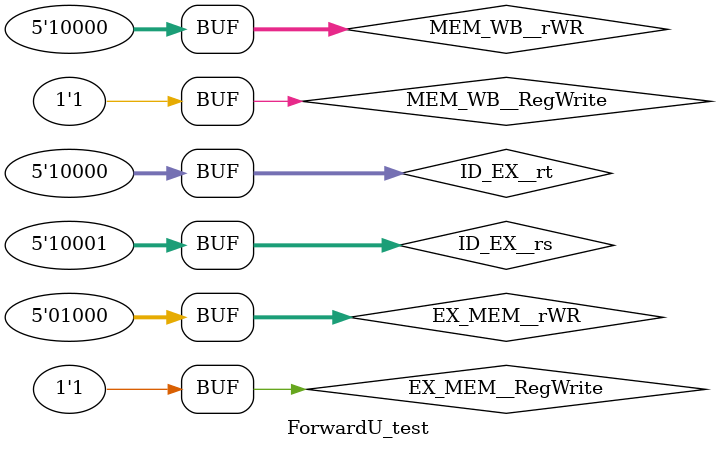
<source format=v>
`timescale 1ns / 1ps


module ForwardU_test;

	// Inputs
	reg EX_MEM__RegWrite;
	reg MEM_WB__RegWrite;
	reg [4:0] EX_MEM__rWR;
	reg [4:0] MEM_WB__rWR;
	reg [4:0] ID_EX__rs;
	reg [4:0] ID_EX__rt;

	// Outputs
	wire [1:0] ForwA;
	wire [1:0] ForwB;

	// Instantiate the Unit Under Test (UUT)
	ForwardU uut (
		.ForwA(ForwA), 
		.ForwB(ForwB), 
		.EX_MEM__RegWrite(EX_MEM__RegWrite), 
		.MEM_WB__RegWrite(MEM_WB__RegWrite), 
		.EX_MEM__rWR(EX_MEM__rWR), 
		.MEM_WB__rWR(MEM_WB__rWR), 
		.ID_EX__rs(ID_EX__rs), 
		.ID_EX__rt(ID_EX__rt)
	);

	initial begin
		// Initialize Inputs
		EX_MEM__RegWrite = 0;
		MEM_WB__RegWrite = 0;
		EX_MEM__rWR = 0;
		MEM_WB__rWR = 0;
		ID_EX__rs = 0;
		ID_EX__rt = 0;

		// Wait 100 ns for global reset to finish
		#100;
        
		// Add stimulus here
		EX_MEM__RegWrite = 1;
		MEM_WB__RegWrite = 1;
		EX_MEM__rWR = 5'b00000;
		MEM_WB__rWR = 5'b00000;
		ID_EX__rs = 5'b00000;
		ID_EX__rt = 0;
		
		#50;
		EX_MEM__rWR = 5'b10101;
		ID_EX__rs = 5'b00001;
		#50;
		EX_MEM__rWR = 5'b10000;
		ID_EX__rs = 5'b10000;
		MEM_WB__rWR = 5'b10000;
		ID_EX__rt = 5'b10000;
		#50;
		EX_MEM__rWR = 5'b00001;
		#50;
		EX_MEM__rWR = 5'b10001;
		ID_EX__rs = 5'b10001;
		#50;
		EX_MEM__rWR = 5'b00000;
		#50;
		EX_MEM__rWR = 5'b01000;
		
	end
      
endmodule


</source>
